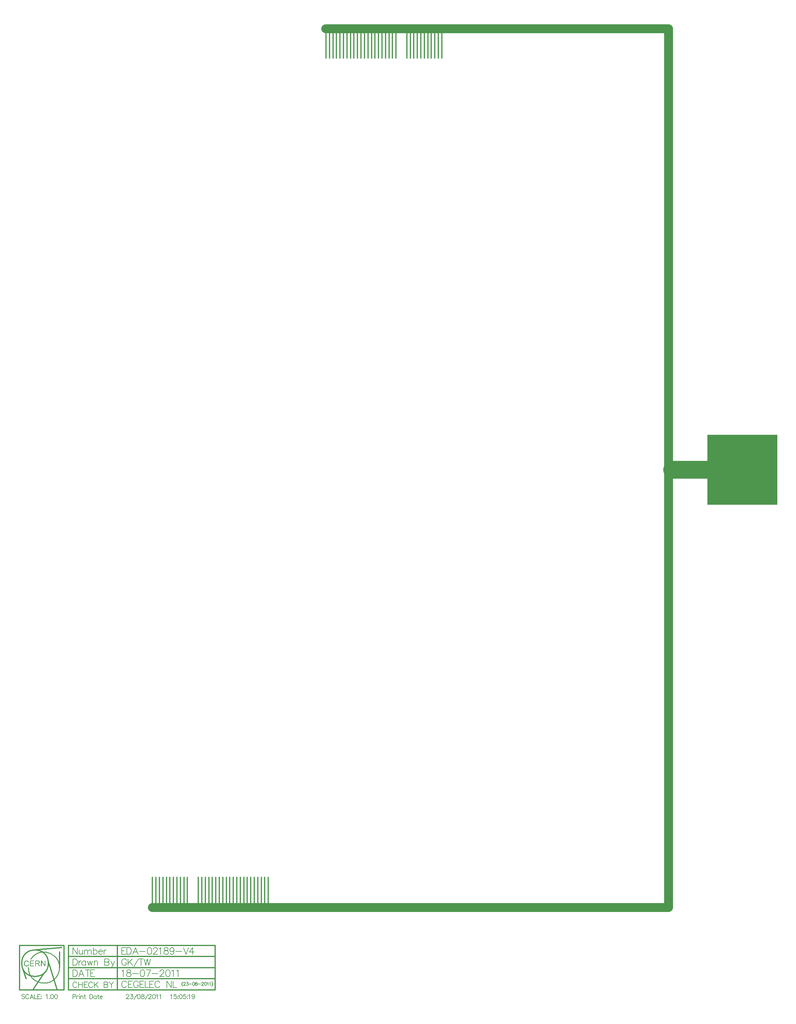
<source format=gbr>
%FSLAX24Y24*%
%MOIN*%
G70*
G01*
G75*
G04 Layer_Color=13278208*
%ADD10C,0.0472*%
%ADD11C,0.1378*%
%ADD12C,0.0100*%
%ADD13C,0.0039*%
%ADD14C,0.0079*%
%ADD15C,0.0120*%
%ADD16C,0.0010*%
%ADD17C,0.0060*%
%ADD18C,0.0140*%
G04:AMPARAMS|DCode=19|XSize=78.7mil|YSize=78.7mil|CornerRadius=0mil|HoleSize=0mil|Usage=FLASHONLY|Rotation=315.000|XOffset=0mil|YOffset=0mil|HoleType=Round|Shape=Rectangle|*
%AMROTATEDRECTD19*
4,1,4,-0.0557,0.0000,0.0000,0.0557,0.0557,0.0000,0.0000,-0.0557,-0.0557,0.0000,0.0*
%
%ADD19ROTATEDRECTD19*%

G04:AMPARAMS|DCode=20|XSize=78.7mil|YSize=78.7mil|CornerRadius=0mil|HoleSize=0mil|Usage=FLASHONLY|Rotation=315.000|XOffset=0mil|YOffset=0mil|HoleType=Round|Shape=Rectangle|*
%AMROTATEDRECTD20*
4,1,4,-0.0557,0.0000,0.0000,0.0557,0.0557,0.0000,0.0000,-0.0557,-0.0557,0.0000,0.0*
%
%ADD20ROTATEDRECTD20*%

%ADD21C,0.0070*%
%ADD22C,0.0050*%
%ADD23C,0.2000*%
%ADD24C,0.1000*%
%ADD25R,0.7874X0.7874*%
G36*
X35074Y25290D02*
X35082D01*
X35102Y25289D01*
X35122Y25287D01*
X35144Y25283D01*
X35164Y25279D01*
X35174Y25276D01*
X35183Y25273D01*
X35184D01*
X35185Y25272D01*
X35190Y25271D01*
X35198Y25266D01*
X35208Y25259D01*
X35220Y25251D01*
X35231Y25240D01*
X35243Y25228D01*
X35254Y25212D01*
X35255Y25210D01*
X35258Y25204D01*
X35263Y25195D01*
X35267Y25184D01*
X35272Y25169D01*
X35277Y25152D01*
X35280Y25135D01*
X35281Y25115D01*
Y25114D01*
Y25112D01*
Y25108D01*
X35280Y25104D01*
Y25098D01*
X35279Y25091D01*
X35275Y25075D01*
X35270Y25057D01*
X35263Y25038D01*
X35251Y25019D01*
X35244Y25009D01*
X35236Y25000D01*
X35234Y24998D01*
X35231Y24996D01*
X35228Y24992D01*
X35224Y24989D01*
X35218Y24985D01*
X35211Y24981D01*
X35203Y24976D01*
X35194Y24971D01*
X35184Y24966D01*
X35173Y24961D01*
X35160Y24956D01*
X35147Y24951D01*
X35133Y24947D01*
X35117Y24945D01*
X35101Y24942D01*
X35103Y24941D01*
X35106Y24939D01*
X35112Y24936D01*
X35119Y24932D01*
X35136Y24921D01*
X35144Y24915D01*
X35151Y24909D01*
X35153Y24907D01*
X35158Y24904D01*
X35165Y24896D01*
X35174Y24886D01*
X35185Y24873D01*
X35196Y24859D01*
X35209Y24842D01*
X35222Y24824D01*
X35333Y24650D01*
X35226D01*
X35142Y24783D01*
Y24783D01*
X35140Y24785D01*
X35138Y24788D01*
X35136Y24792D01*
X35129Y24802D01*
X35120Y24815D01*
X35110Y24829D01*
X35100Y24844D01*
X35090Y24858D01*
X35080Y24870D01*
X35079Y24871D01*
X35076Y24875D01*
X35071Y24881D01*
X35066Y24888D01*
X35052Y24902D01*
X35045Y24908D01*
X35037Y24913D01*
X35036Y24914D01*
X35034Y24915D01*
X35030Y24917D01*
X35025Y24920D01*
X35014Y24926D01*
X34999Y24931D01*
X34998D01*
X34996Y24932D01*
X34992D01*
X34987Y24933D01*
X34981Y24934D01*
X34973D01*
X34963Y24935D01*
X34854D01*
Y24650D01*
X34769D01*
Y25291D01*
X35066D01*
X35074Y25290D01*
D02*
G37*
G36*
X34636Y25216D02*
X34257D01*
Y25019D01*
X34612D01*
Y24944D01*
X34257D01*
Y24725D01*
X34651D01*
Y24650D01*
X34172D01*
Y25291D01*
X34636D01*
Y25216D01*
D02*
G37*
G36*
X35917Y24650D02*
X35831D01*
X35494Y25153D01*
Y24650D01*
X35413D01*
Y25291D01*
X35499D01*
X35836Y24787D01*
Y25291D01*
X35917D01*
Y24650D01*
D02*
G37*
G36*
X33818Y25301D02*
X33826Y25300D01*
X33836Y25299D01*
X33846Y25298D01*
X33858Y25296D01*
X33884Y25290D01*
X33911Y25281D01*
X33924Y25275D01*
X33938Y25269D01*
X33951Y25261D01*
X33964Y25252D01*
X33965Y25251D01*
X33966Y25250D01*
X33969Y25247D01*
X33974Y25243D01*
X33979Y25238D01*
X33986Y25231D01*
X33993Y25225D01*
X34000Y25217D01*
X34007Y25207D01*
X34014Y25197D01*
X34022Y25186D01*
X34030Y25173D01*
X34037Y25160D01*
X34044Y25146D01*
X34055Y25114D01*
X33971Y25095D01*
Y25096D01*
X33970Y25098D01*
X33969Y25102D01*
X33967Y25107D01*
X33965Y25112D01*
X33962Y25119D01*
X33955Y25134D01*
X33946Y25150D01*
X33934Y25168D01*
X33922Y25184D01*
X33906Y25197D01*
X33904Y25198D01*
X33898Y25202D01*
X33889Y25207D01*
X33877Y25214D01*
X33862Y25220D01*
X33843Y25225D01*
X33823Y25229D01*
X33800Y25230D01*
X33793D01*
X33788Y25229D01*
X33781D01*
X33774Y25228D01*
X33757Y25225D01*
X33737Y25221D01*
X33717Y25214D01*
X33696Y25205D01*
X33677Y25193D01*
X33676D01*
X33675Y25191D01*
X33669Y25187D01*
X33660Y25179D01*
X33649Y25168D01*
X33639Y25154D01*
X33627Y25139D01*
X33616Y25119D01*
X33607Y25098D01*
Y25097D01*
X33606Y25095D01*
X33605Y25092D01*
X33604Y25087D01*
X33602Y25082D01*
X33601Y25075D01*
X33598Y25060D01*
X33594Y25041D01*
X33591Y25021D01*
X33589Y24998D01*
X33588Y24975D01*
Y24974D01*
Y24971D01*
Y24967D01*
Y24961D01*
X33589Y24954D01*
Y24945D01*
X33590Y24937D01*
X33591Y24927D01*
X33594Y24905D01*
X33598Y24880D01*
X33603Y24856D01*
X33611Y24832D01*
Y24831D01*
X33612Y24829D01*
X33614Y24826D01*
X33616Y24823D01*
X33621Y24811D01*
X33629Y24798D01*
X33640Y24783D01*
X33652Y24768D01*
X33667Y24753D01*
X33684Y24741D01*
X33685D01*
X33686Y24740D01*
X33689Y24738D01*
X33693Y24736D01*
X33704Y24732D01*
X33718Y24726D01*
X33733Y24721D01*
X33752Y24716D01*
X33772Y24712D01*
X33794Y24711D01*
X33801D01*
X33805Y24712D01*
X33811D01*
X33819Y24713D01*
X33836Y24716D01*
X33854Y24721D01*
X33875Y24729D01*
X33894Y24739D01*
X33914Y24752D01*
X33915Y24753D01*
X33916Y24754D01*
X33922Y24760D01*
X33930Y24770D01*
X33941Y24783D01*
X33952Y24800D01*
X33964Y24821D01*
X33973Y24846D01*
X33981Y24874D01*
X34066Y24853D01*
Y24852D01*
X34065Y24848D01*
X34063Y24843D01*
X34061Y24835D01*
X34057Y24827D01*
X34053Y24817D01*
X34049Y24806D01*
X34044Y24794D01*
X34031Y24768D01*
X34013Y24742D01*
X33994Y24716D01*
X33982Y24704D01*
X33969Y24694D01*
X33968Y24693D01*
X33966Y24692D01*
X33963Y24689D01*
X33957Y24685D01*
X33950Y24681D01*
X33942Y24676D01*
X33933Y24671D01*
X33923Y24666D01*
X33911Y24661D01*
X33898Y24657D01*
X33884Y24652D01*
X33869Y24648D01*
X33837Y24641D01*
X33819Y24640D01*
X33801Y24639D01*
X33791D01*
X33783Y24640D01*
X33774D01*
X33764Y24641D01*
X33753Y24643D01*
X33741Y24644D01*
X33714Y24650D01*
X33685Y24657D01*
X33658Y24667D01*
X33644Y24673D01*
X33632Y24681D01*
X33631Y24682D01*
X33629Y24683D01*
X33626Y24686D01*
X33621Y24689D01*
X33609Y24699D01*
X33596Y24712D01*
X33579Y24729D01*
X33563Y24750D01*
X33547Y24775D01*
X33533Y24803D01*
Y24804D01*
X33532Y24807D01*
X33530Y24811D01*
X33528Y24817D01*
X33525Y24824D01*
X33522Y24833D01*
X33519Y24843D01*
X33517Y24855D01*
X33514Y24866D01*
X33511Y24880D01*
X33505Y24909D01*
X33501Y24941D01*
X33500Y24975D01*
Y24976D01*
Y24980D01*
Y24985D01*
X33501Y24991D01*
Y25000D01*
X33502Y25011D01*
X33503Y25022D01*
X33505Y25034D01*
X33510Y25062D01*
X33516Y25091D01*
X33525Y25121D01*
X33538Y25149D01*
Y25150D01*
X33540Y25152D01*
X33542Y25156D01*
X33545Y25162D01*
X33549Y25168D01*
X33554Y25175D01*
X33566Y25191D01*
X33581Y25210D01*
X33599Y25229D01*
X33622Y25247D01*
X33646Y25263D01*
X33647D01*
X33649Y25265D01*
X33653Y25267D01*
X33659Y25269D01*
X33665Y25271D01*
X33673Y25275D01*
X33682Y25278D01*
X33692Y25282D01*
X33703Y25286D01*
X33715Y25289D01*
X33741Y25296D01*
X33770Y25300D01*
X33802Y25302D01*
X33811D01*
X33818Y25301D01*
D02*
G37*
%LPC*%
G36*
X35056Y25220D02*
X34854D01*
Y25008D01*
X35045D01*
X35056Y25009D01*
X35068Y25010D01*
X35083Y25011D01*
X35099Y25013D01*
X35113Y25016D01*
X35126Y25020D01*
X35128Y25021D01*
X35132Y25022D01*
X35138Y25025D01*
X35144Y25028D01*
X35152Y25034D01*
X35161Y25041D01*
X35169Y25049D01*
X35176Y25058D01*
X35177Y25059D01*
X35179Y25063D01*
X35182Y25068D01*
X35185Y25075D01*
X35187Y25083D01*
X35190Y25093D01*
X35192Y25104D01*
X35193Y25115D01*
Y25116D01*
Y25117D01*
Y25123D01*
X35191Y25131D01*
X35189Y25142D01*
X35185Y25153D01*
X35180Y25166D01*
X35171Y25179D01*
X35160Y25190D01*
X35158Y25191D01*
X35154Y25195D01*
X35145Y25200D01*
X35135Y25205D01*
X35120Y25211D01*
X35103Y25215D01*
X35081Y25219D01*
X35056Y25220D01*
D02*
G37*
%LPD*%
D12*
X34000Y24503D02*
G03*
X34281Y25450I1750J-3D01*
G01*
D15*
X73379Y126793D02*
X73379Y130096D01*
X73773Y126793D02*
X73773Y130096D01*
X74167Y126793D02*
X74167Y130096D01*
X74561Y126793D02*
X74561Y130096D01*
X74954Y126793D02*
X74954Y130096D01*
X75348Y126793D02*
X75348Y130096D01*
X76568Y126793D02*
Y130096D01*
X76962Y126793D02*
X76962Y130096D01*
X77356Y126793D02*
X77356Y130096D01*
X77750Y126793D02*
X77750Y130096D01*
X78143Y126793D02*
X78143Y130096D01*
X78537Y126793D02*
X78537Y130096D01*
X78931Y126793D02*
X78931Y130096D01*
X79324Y126793D02*
X79324Y130096D01*
X79718Y126793D02*
X79718Y130096D01*
X80112Y126793D02*
X80112Y130096D01*
X80505Y126793D02*
X80505Y130096D01*
X72592Y126793D02*
X72592Y130096D01*
X72198Y126793D02*
X72198Y130096D01*
X71805Y126793D02*
X71805Y130096D01*
X71411Y126793D02*
X71411Y130096D01*
X71017Y126793D02*
X71017Y130096D01*
X70624Y126793D02*
X70624Y130096D01*
X70230Y126793D02*
X70230Y130096D01*
X69836Y126793D02*
X69836Y130096D01*
X69442Y126793D02*
X69442Y130096D01*
X69049Y126793D02*
X69049Y130096D01*
X68655Y126793D02*
X68655Y130096D01*
X68261Y126793D02*
X68261Y130096D01*
X67868Y126793D02*
X67868Y130096D01*
X67474Y126793D02*
Y130096D01*
X72986Y126793D02*
X72986Y130096D01*
X55472Y31671D02*
Y34663D01*
X60984Y31277D02*
Y34663D01*
X60590Y31671D02*
Y34663D01*
X60197Y31671D02*
Y34663D01*
X59803Y31671D02*
Y34663D01*
X59409Y31671D02*
Y34663D01*
X59016Y31671D02*
Y34663D01*
X58622Y31671D02*
Y34663D01*
X58228Y31671D02*
Y34663D01*
X57835Y31671D02*
Y34663D01*
X57441Y31671D02*
Y34663D01*
X57047Y31671D02*
Y34663D01*
X56653Y31671D02*
Y34663D01*
X56260Y31671D02*
Y34663D01*
X55866Y31671D02*
Y34663D01*
X47953Y31277D02*
Y34663D01*
X48346Y31671D02*
Y34663D01*
X48740Y31671D02*
Y34663D01*
X49134Y31671D02*
Y34663D01*
X49527Y31671D02*
Y34663D01*
X49921Y31671D02*
Y34663D01*
X50315Y31671D02*
Y34663D01*
X50709Y31671D02*
Y34663D01*
X51102Y31671D02*
Y34663D01*
X51496Y31671D02*
Y34663D01*
X51890Y31671D02*
Y34663D01*
X53110Y31671D02*
Y34663D01*
X53504Y31671D02*
Y34663D01*
X53898Y31671D02*
Y34663D01*
X54291Y31671D02*
Y34663D01*
X54685Y31671D02*
Y34663D01*
X55079Y31671D02*
Y34663D01*
X36250Y25000D02*
G03*
X36250Y25000I-1500J0D01*
G01*
X38500Y27000D02*
X55000D01*
X38500Y25750D02*
X55000D01*
X38500Y24500D02*
X55000D01*
X38500Y23250D02*
X55000D01*
X38500Y22000D02*
X55000D01*
Y27000D01*
X36220Y25300D02*
X37250Y22000D01*
X33000Y27000D02*
X38000D01*
X34750Y26500D02*
X37750Y26750D01*
X33000Y22000D02*
X38000D01*
X44000D02*
Y27000D01*
X38000Y22000D02*
Y27000D01*
X38500Y22000D02*
Y27000D01*
X37500Y24500D02*
Y26250D01*
X33000Y22000D02*
Y27000D01*
X34550Y22050D02*
X35760Y23890D01*
X33350Y24460D02*
X33750Y23250D01*
D21*
X45036Y22821D02*
X45000Y22892D01*
X44928Y22964D01*
X44857Y23000D01*
X44714D01*
X44643Y22964D01*
X44571Y22892D01*
X44536Y22821D01*
X44500Y22714D01*
Y22535D01*
X44536Y22428D01*
X44571Y22357D01*
X44643Y22285D01*
X44714Y22250D01*
X44857D01*
X44928Y22285D01*
X45000Y22357D01*
X45036Y22428D01*
X45710Y23000D02*
X45246D01*
Y22250D01*
X45710D01*
X45246Y22643D02*
X45532D01*
X46371Y22821D02*
X46335Y22892D01*
X46264Y22964D01*
X46192Y23000D01*
X46050D01*
X45978Y22964D01*
X45907Y22892D01*
X45871Y22821D01*
X45835Y22714D01*
Y22535D01*
X45871Y22428D01*
X45907Y22357D01*
X45978Y22285D01*
X46050Y22250D01*
X46192D01*
X46264Y22285D01*
X46335Y22357D01*
X46371Y22428D01*
Y22535D01*
X46192D02*
X46371D01*
X47007Y23000D02*
X46542D01*
Y22250D01*
X47007D01*
X46542Y22643D02*
X46828D01*
X47132Y23000D02*
Y22250D01*
X47560D01*
X48106Y23000D02*
X47642D01*
Y22250D01*
X48106D01*
X47642Y22643D02*
X47928D01*
X48767Y22821D02*
X48731Y22892D01*
X48660Y22964D01*
X48588Y23000D01*
X48446D01*
X48374Y22964D01*
X48303Y22892D01*
X48267Y22821D01*
X48231Y22714D01*
Y22535D01*
X48267Y22428D01*
X48303Y22357D01*
X48374Y22285D01*
X48446Y22250D01*
X48588D01*
X48660Y22285D01*
X48731Y22357D01*
X48767Y22428D01*
X49567Y23000D02*
Y22250D01*
Y23000D02*
X50067Y22250D01*
Y23000D02*
Y22250D01*
X50274Y23000D02*
Y22250D01*
X50702D01*
X45036Y25321D02*
X45000Y25392D01*
X44928Y25464D01*
X44857Y25500D01*
X44714D01*
X44643Y25464D01*
X44571Y25392D01*
X44536Y25321D01*
X44500Y25214D01*
Y25035D01*
X44536Y24928D01*
X44571Y24857D01*
X44643Y24785D01*
X44714Y24750D01*
X44857D01*
X44928Y24785D01*
X45000Y24857D01*
X45036Y24928D01*
Y25035D01*
X44857D02*
X45036D01*
X45207Y25500D02*
Y24750D01*
X45707Y25500D02*
X45207Y25000D01*
X45385Y25178D02*
X45707Y24750D01*
X45875Y24643D02*
X46375Y25500D01*
X46674D02*
Y24750D01*
X46425Y25500D02*
X46924D01*
X47014D02*
X47192Y24750D01*
X47371Y25500D02*
X47192Y24750D01*
X47371Y25500D02*
X47549Y24750D01*
X47728Y25500D02*
X47549Y24750D01*
X44500Y24107D02*
X44571Y24142D01*
X44678Y24250D01*
Y23500D01*
X45228Y24250D02*
X45121Y24214D01*
X45086Y24142D01*
Y24071D01*
X45121Y24000D01*
X45193Y23964D01*
X45335Y23928D01*
X45443Y23893D01*
X45514Y23821D01*
X45550Y23750D01*
Y23643D01*
X45514Y23571D01*
X45478Y23535D01*
X45371Y23500D01*
X45228D01*
X45121Y23535D01*
X45086Y23571D01*
X45050Y23643D01*
Y23750D01*
X45086Y23821D01*
X45157Y23893D01*
X45264Y23928D01*
X45407Y23964D01*
X45478Y24000D01*
X45514Y24071D01*
Y24142D01*
X45478Y24214D01*
X45371Y24250D01*
X45228D01*
X45718Y23821D02*
X46360D01*
X46796Y24250D02*
X46689Y24214D01*
X46617Y24107D01*
X46582Y23928D01*
Y23821D01*
X46617Y23643D01*
X46689Y23535D01*
X46796Y23500D01*
X46867D01*
X46974Y23535D01*
X47046Y23643D01*
X47082Y23821D01*
Y23928D01*
X47046Y24107D01*
X46974Y24214D01*
X46867Y24250D01*
X46796D01*
X47749D02*
X47392Y23500D01*
X47249Y24250D02*
X47749D01*
X47917Y23821D02*
X48560D01*
X48817Y24071D02*
Y24107D01*
X48853Y24178D01*
X48888Y24214D01*
X48960Y24250D01*
X49103D01*
X49174Y24214D01*
X49210Y24178D01*
X49245Y24107D01*
Y24035D01*
X49210Y23964D01*
X49138Y23857D01*
X48781Y23500D01*
X49281D01*
X49663Y24250D02*
X49556Y24214D01*
X49485Y24107D01*
X49449Y23928D01*
Y23821D01*
X49485Y23643D01*
X49556Y23535D01*
X49663Y23500D01*
X49735D01*
X49842Y23535D01*
X49913Y23643D01*
X49949Y23821D01*
Y23928D01*
X49913Y24107D01*
X49842Y24214D01*
X49735Y24250D01*
X49663D01*
X50117Y24107D02*
X50188Y24142D01*
X50295Y24250D01*
Y23500D01*
X50666Y24107D02*
X50738Y24142D01*
X50845Y24250D01*
Y23500D01*
X44964Y26750D02*
X44500D01*
Y26000D01*
X44964D01*
X44500Y26393D02*
X44786D01*
X45089Y26750D02*
Y26000D01*
Y26750D02*
X45339D01*
X45446Y26714D01*
X45518Y26642D01*
X45553Y26571D01*
X45589Y26464D01*
Y26285D01*
X45553Y26178D01*
X45518Y26107D01*
X45446Y26035D01*
X45339Y26000D01*
X45089D01*
X46328D02*
X46042Y26750D01*
X45757Y26000D01*
X45864Y26250D02*
X46221D01*
X46503Y26321D02*
X47146D01*
X47581Y26750D02*
X47474Y26714D01*
X47403Y26607D01*
X47367Y26428D01*
Y26321D01*
X47403Y26143D01*
X47474Y26035D01*
X47581Y26000D01*
X47653D01*
X47760Y26035D01*
X47831Y26143D01*
X47867Y26321D01*
Y26428D01*
X47831Y26607D01*
X47760Y26714D01*
X47653Y26750D01*
X47581D01*
X48071Y26571D02*
Y26607D01*
X48106Y26678D01*
X48142Y26714D01*
X48213Y26750D01*
X48356D01*
X48428Y26714D01*
X48463Y26678D01*
X48499Y26607D01*
Y26535D01*
X48463Y26464D01*
X48392Y26357D01*
X48035Y26000D01*
X48535D01*
X48703Y26607D02*
X48774Y26642D01*
X48881Y26750D01*
Y26000D01*
X49431Y26750D02*
X49324Y26714D01*
X49288Y26642D01*
Y26571D01*
X49324Y26500D01*
X49395Y26464D01*
X49538Y26428D01*
X49645Y26393D01*
X49717Y26321D01*
X49752Y26250D01*
Y26143D01*
X49717Y26071D01*
X49681Y26035D01*
X49574Y26000D01*
X49431D01*
X49324Y26035D01*
X49288Y26071D01*
X49252Y26143D01*
Y26250D01*
X49288Y26321D01*
X49360Y26393D01*
X49467Y26428D01*
X49610Y26464D01*
X49681Y26500D01*
X49717Y26571D01*
Y26642D01*
X49681Y26714D01*
X49574Y26750D01*
X49431D01*
X50384Y26500D02*
X50349Y26393D01*
X50277Y26321D01*
X50170Y26285D01*
X50134D01*
X50027Y26321D01*
X49956Y26393D01*
X49920Y26500D01*
Y26535D01*
X49956Y26642D01*
X50027Y26714D01*
X50134Y26750D01*
X50170D01*
X50277Y26714D01*
X50349Y26642D01*
X50384Y26500D01*
Y26321D01*
X50349Y26143D01*
X50277Y26035D01*
X50170Y26000D01*
X50099D01*
X49992Y26035D01*
X49956Y26107D01*
X50588Y26321D02*
X51231D01*
X51452Y26750D02*
X51738Y26000D01*
X52023Y26750D02*
X51738Y26000D01*
X52477Y26750D02*
X52120Y26250D01*
X52655D01*
X52477Y26750D02*
Y26000D01*
X39000Y26750D02*
Y26000D01*
Y26750D02*
X39500Y26000D01*
Y26750D02*
Y26000D01*
X39707Y26500D02*
Y26143D01*
X39743Y26035D01*
X39814Y26000D01*
X39921D01*
X39993Y26035D01*
X40100Y26143D01*
Y26500D02*
Y26000D01*
X40296Y26500D02*
Y26000D01*
Y26357D02*
X40403Y26464D01*
X40475Y26500D01*
X40582D01*
X40653Y26464D01*
X40689Y26357D01*
Y26000D01*
Y26357D02*
X40796Y26464D01*
X40867Y26500D01*
X40974D01*
X41046Y26464D01*
X41082Y26357D01*
Y26000D01*
X41317Y26750D02*
Y26000D01*
Y26393D02*
X41389Y26464D01*
X41460Y26500D01*
X41567D01*
X41639Y26464D01*
X41710Y26393D01*
X41746Y26285D01*
Y26214D01*
X41710Y26107D01*
X41639Y26035D01*
X41567Y26000D01*
X41460D01*
X41389Y26035D01*
X41317Y26107D01*
X41906Y26285D02*
X42335D01*
Y26357D01*
X42299Y26428D01*
X42264Y26464D01*
X42192Y26500D01*
X42085D01*
X42014Y26464D01*
X41942Y26393D01*
X41906Y26285D01*
Y26214D01*
X41942Y26107D01*
X42014Y26035D01*
X42085Y26000D01*
X42192D01*
X42264Y26035D01*
X42335Y26107D01*
X42496Y26500D02*
Y26000D01*
Y26285D02*
X42531Y26393D01*
X42603Y26464D01*
X42674Y26500D01*
X42781D01*
X39000Y24250D02*
Y23500D01*
Y24250D02*
X39250D01*
X39357Y24214D01*
X39428Y24142D01*
X39464Y24071D01*
X39500Y23964D01*
Y23785D01*
X39464Y23678D01*
X39428Y23607D01*
X39357Y23535D01*
X39250Y23500D01*
X39000D01*
X40239D02*
X39953Y24250D01*
X39668Y23500D01*
X39775Y23750D02*
X40132D01*
X40664Y24250D02*
Y23500D01*
X40414Y24250D02*
X40914D01*
X41467D02*
X41003D01*
Y23500D01*
X41467D01*
X41003Y23893D02*
X41289D01*
X39000Y25500D02*
Y24750D01*
Y25500D02*
X39250D01*
X39357Y25464D01*
X39428Y25392D01*
X39464Y25321D01*
X39500Y25214D01*
Y25035D01*
X39464Y24928D01*
X39428Y24857D01*
X39357Y24785D01*
X39250Y24750D01*
X39000D01*
X39668Y25250D02*
Y24750D01*
Y25035D02*
X39703Y25143D01*
X39775Y25214D01*
X39846Y25250D01*
X39953D01*
X40450D02*
Y24750D01*
Y25143D02*
X40378Y25214D01*
X40307Y25250D01*
X40200D01*
X40128Y25214D01*
X40057Y25143D01*
X40021Y25035D01*
Y24964D01*
X40057Y24857D01*
X40128Y24785D01*
X40200Y24750D01*
X40307D01*
X40378Y24785D01*
X40450Y24857D01*
X40650Y25250D02*
X40792Y24750D01*
X40935Y25250D02*
X40792Y24750D01*
X40935Y25250D02*
X41078Y24750D01*
X41221Y25250D02*
X41078Y24750D01*
X41396Y25250D02*
Y24750D01*
Y25107D02*
X41503Y25214D01*
X41574Y25250D01*
X41681D01*
X41753Y25214D01*
X41789Y25107D01*
Y24750D01*
X42574Y25500D02*
Y24750D01*
Y25500D02*
X42896D01*
X43003Y25464D01*
X43038Y25428D01*
X43074Y25357D01*
Y25285D01*
X43038Y25214D01*
X43003Y25178D01*
X42896Y25143D01*
X42574D02*
X42896D01*
X43003Y25107D01*
X43038Y25071D01*
X43074Y25000D01*
Y24893D01*
X43038Y24821D01*
X43003Y24785D01*
X42896Y24750D01*
X42574D01*
X43278Y25250D02*
X43492Y24750D01*
X43706Y25250D02*
X43492Y24750D01*
X43420Y24607D01*
X43349Y24536D01*
X43278Y24500D01*
X43242D01*
X39464Y22745D02*
X39433Y22807D01*
X39371Y22869D01*
X39309Y22900D01*
X39186D01*
X39124Y22869D01*
X39062Y22807D01*
X39031Y22745D01*
X39000Y22652D01*
Y22497D01*
X39031Y22405D01*
X39062Y22343D01*
X39124Y22281D01*
X39186Y22250D01*
X39309D01*
X39371Y22281D01*
X39433Y22343D01*
X39464Y22405D01*
X39647Y22900D02*
Y22250D01*
X40080Y22900D02*
Y22250D01*
X39647Y22590D02*
X40080D01*
X40662Y22900D02*
X40259D01*
Y22250D01*
X40662D01*
X40259Y22590D02*
X40507D01*
X41234Y22745D02*
X41203Y22807D01*
X41141Y22869D01*
X41079Y22900D01*
X40956D01*
X40894Y22869D01*
X40832Y22807D01*
X40801Y22745D01*
X40770Y22652D01*
Y22497D01*
X40801Y22405D01*
X40832Y22343D01*
X40894Y22281D01*
X40956Y22250D01*
X41079D01*
X41141Y22281D01*
X41203Y22343D01*
X41234Y22405D01*
X41417Y22900D02*
Y22250D01*
X41850Y22900D02*
X41417Y22466D01*
X41572Y22621D02*
X41850Y22250D01*
X42506Y22900D02*
Y22250D01*
Y22900D02*
X42785D01*
X42877Y22869D01*
X42908Y22838D01*
X42939Y22776D01*
Y22714D01*
X42908Y22652D01*
X42877Y22621D01*
X42785Y22590D01*
X42506D02*
X42785D01*
X42877Y22559D01*
X42908Y22528D01*
X42939Y22466D01*
Y22374D01*
X42908Y22312D01*
X42877Y22281D01*
X42785Y22250D01*
X42506D01*
X43085Y22900D02*
X43332Y22590D01*
Y22250D01*
X43580Y22900D02*
X43332Y22590D01*
D22*
X33583Y21428D02*
X33536Y21476D01*
X33464Y21500D01*
X33369D01*
X33298Y21476D01*
X33250Y21428D01*
Y21381D01*
X33274Y21333D01*
X33298Y21309D01*
X33345Y21286D01*
X33488Y21238D01*
X33536Y21214D01*
X33559Y21190D01*
X33583Y21143D01*
Y21071D01*
X33536Y21024D01*
X33464Y21000D01*
X33369D01*
X33298Y21024D01*
X33250Y21071D01*
X34052Y21381D02*
X34028Y21428D01*
X33981Y21476D01*
X33933Y21500D01*
X33838D01*
X33790Y21476D01*
X33743Y21428D01*
X33719Y21381D01*
X33695Y21309D01*
Y21190D01*
X33719Y21119D01*
X33743Y21071D01*
X33790Y21024D01*
X33838Y21000D01*
X33933D01*
X33981Y21024D01*
X34028Y21071D01*
X34052Y21119D01*
X34574Y21000D02*
X34383Y21500D01*
X34193Y21000D01*
X34264Y21167D02*
X34502D01*
X34690Y21500D02*
Y21000D01*
X34976D01*
X35340Y21500D02*
X35031D01*
Y21000D01*
X35340D01*
X35031Y21262D02*
X35221D01*
X35447Y21333D02*
X35423Y21309D01*
X35447Y21286D01*
X35471Y21309D01*
X35447Y21333D01*
Y21048D02*
X35423Y21024D01*
X35447Y21000D01*
X35471Y21024D01*
X35447Y21048D01*
X35973Y21405D02*
X36021Y21428D01*
X36092Y21500D01*
Y21000D01*
X36364Y21048D02*
X36340Y21024D01*
X36364Y21000D01*
X36387Y21024D01*
X36364Y21048D01*
X36640Y21500D02*
X36568Y21476D01*
X36521Y21405D01*
X36497Y21286D01*
Y21214D01*
X36521Y21095D01*
X36568Y21024D01*
X36640Y21000D01*
X36687D01*
X36759Y21024D01*
X36806Y21095D01*
X36830Y21214D01*
Y21286D01*
X36806Y21405D01*
X36759Y21476D01*
X36687Y21500D01*
X36640D01*
X37085D02*
X37013Y21476D01*
X36966Y21405D01*
X36942Y21286D01*
Y21214D01*
X36966Y21095D01*
X37013Y21024D01*
X37085Y21000D01*
X37132D01*
X37204Y21024D01*
X37252Y21095D01*
X37275Y21214D01*
Y21286D01*
X37252Y21405D01*
X37204Y21476D01*
X37132Y21500D01*
X37085D01*
X39000Y21238D02*
X39214D01*
X39286Y21262D01*
X39309Y21285D01*
X39333Y21333D01*
Y21404D01*
X39309Y21452D01*
X39286Y21476D01*
X39214Y21500D01*
X39000D01*
Y21000D01*
X39445Y21333D02*
Y21000D01*
Y21190D02*
X39469Y21262D01*
X39516Y21309D01*
X39564Y21333D01*
X39636D01*
X39728Y21500D02*
X39752Y21476D01*
X39776Y21500D01*
X39752Y21523D01*
X39728Y21500D01*
X39752Y21333D02*
Y21000D01*
X39864Y21333D02*
Y21000D01*
Y21238D02*
X39935Y21309D01*
X39983Y21333D01*
X40054D01*
X40102Y21309D01*
X40126Y21238D01*
Y21000D01*
X40328Y21500D02*
Y21095D01*
X40352Y21024D01*
X40400Y21000D01*
X40447D01*
X40257Y21333D02*
X40423D01*
X40911Y21500D02*
Y21000D01*
Y21500D02*
X41078D01*
X41149Y21476D01*
X41197Y21428D01*
X41221Y21381D01*
X41245Y21309D01*
Y21190D01*
X41221Y21119D01*
X41197Y21071D01*
X41149Y21024D01*
X41078Y21000D01*
X40911D01*
X41642Y21333D02*
Y21000D01*
Y21262D02*
X41595Y21309D01*
X41547Y21333D01*
X41476D01*
X41428Y21309D01*
X41380Y21262D01*
X41357Y21190D01*
Y21143D01*
X41380Y21071D01*
X41428Y21024D01*
X41476Y21000D01*
X41547D01*
X41595Y21024D01*
X41642Y21071D01*
X41847Y21500D02*
Y21095D01*
X41871Y21024D01*
X41918Y21000D01*
X41966D01*
X41776Y21333D02*
X41942D01*
X42037Y21190D02*
X42323D01*
Y21238D01*
X42299Y21285D01*
X42275Y21309D01*
X42228Y21333D01*
X42156D01*
X42109Y21309D01*
X42061Y21262D01*
X42037Y21190D01*
Y21143D01*
X42061Y21071D01*
X42109Y21024D01*
X42156Y21000D01*
X42228D01*
X42275Y21024D01*
X42323Y21071D01*
X45024Y21381D02*
Y21404D01*
X45048Y21452D01*
X45071Y21476D01*
X45119Y21500D01*
X45214D01*
X45262Y21476D01*
X45286Y21452D01*
X45309Y21404D01*
Y21357D01*
X45286Y21309D01*
X45238Y21238D01*
X45000Y21000D01*
X45333D01*
X45493Y21500D02*
X45755D01*
X45612Y21309D01*
X45683D01*
X45731Y21285D01*
X45755Y21262D01*
X45778Y21190D01*
Y21143D01*
X45755Y21071D01*
X45707Y21024D01*
X45636Y21000D01*
X45564D01*
X45493Y21024D01*
X45469Y21047D01*
X45445Y21095D01*
X45890Y20928D02*
X46223Y21500D01*
X46400D02*
X46328Y21476D01*
X46281Y21404D01*
X46257Y21285D01*
Y21214D01*
X46281Y21095D01*
X46328Y21024D01*
X46400Y21000D01*
X46447D01*
X46519Y21024D01*
X46566Y21095D01*
X46590Y21214D01*
Y21285D01*
X46566Y21404D01*
X46519Y21476D01*
X46447Y21500D01*
X46400D01*
X46821D02*
X46750Y21476D01*
X46726Y21428D01*
Y21381D01*
X46750Y21333D01*
X46797Y21309D01*
X46892Y21285D01*
X46964Y21262D01*
X47011Y21214D01*
X47035Y21166D01*
Y21095D01*
X47011Y21047D01*
X46988Y21024D01*
X46916Y21000D01*
X46821D01*
X46750Y21024D01*
X46726Y21047D01*
X46702Y21095D01*
Y21166D01*
X46726Y21214D01*
X46773Y21262D01*
X46845Y21285D01*
X46940Y21309D01*
X46988Y21333D01*
X47011Y21381D01*
Y21428D01*
X46988Y21476D01*
X46916Y21500D01*
X46821D01*
X47147Y20928D02*
X47480Y21500D01*
X47537Y21381D02*
Y21404D01*
X47561Y21452D01*
X47585Y21476D01*
X47633Y21500D01*
X47728D01*
X47776Y21476D01*
X47799Y21452D01*
X47823Y21404D01*
Y21357D01*
X47799Y21309D01*
X47752Y21238D01*
X47514Y21000D01*
X47847D01*
X48102Y21500D02*
X48030Y21476D01*
X47983Y21404D01*
X47959Y21285D01*
Y21214D01*
X47983Y21095D01*
X48030Y21024D01*
X48102Y21000D01*
X48149D01*
X48221Y21024D01*
X48268Y21095D01*
X48292Y21214D01*
Y21285D01*
X48268Y21404D01*
X48221Y21476D01*
X48149Y21500D01*
X48102D01*
X48404Y21404D02*
X48452Y21428D01*
X48523Y21500D01*
Y21000D01*
X48771Y21404D02*
X48818Y21428D01*
X48890Y21500D01*
Y21000D01*
X50000Y21404D02*
X50048Y21428D01*
X50119Y21500D01*
Y21000D01*
X50652Y21500D02*
X50414D01*
X50390Y21285D01*
X50414Y21309D01*
X50486Y21333D01*
X50557D01*
X50628Y21309D01*
X50676Y21262D01*
X50700Y21190D01*
Y21143D01*
X50676Y21071D01*
X50628Y21024D01*
X50557Y21000D01*
X50486D01*
X50414Y21024D01*
X50390Y21047D01*
X50367Y21095D01*
X50835Y21333D02*
X50812Y21309D01*
X50835Y21285D01*
X50859Y21309D01*
X50835Y21333D01*
Y21047D02*
X50812Y21024D01*
X50835Y21000D01*
X50859Y21024D01*
X50835Y21047D01*
X51112Y21500D02*
X51040Y21476D01*
X50993Y21404D01*
X50969Y21285D01*
Y21214D01*
X50993Y21095D01*
X51040Y21024D01*
X51112Y21000D01*
X51159D01*
X51231Y21024D01*
X51278Y21095D01*
X51302Y21214D01*
Y21285D01*
X51278Y21404D01*
X51231Y21476D01*
X51159Y21500D01*
X51112D01*
X51700D02*
X51462D01*
X51438Y21285D01*
X51462Y21309D01*
X51533Y21333D01*
X51604D01*
X51676Y21309D01*
X51723Y21262D01*
X51747Y21190D01*
Y21143D01*
X51723Y21071D01*
X51676Y21024D01*
X51604Y21000D01*
X51533D01*
X51462Y21024D01*
X51438Y21047D01*
X51414Y21095D01*
X51883Y21333D02*
X51859Y21309D01*
X51883Y21285D01*
X51907Y21309D01*
X51883Y21333D01*
Y21047D02*
X51859Y21024D01*
X51883Y21000D01*
X51907Y21024D01*
X51883Y21047D01*
X52016Y21404D02*
X52064Y21428D01*
X52135Y21500D01*
Y21000D01*
X52692Y21333D02*
X52668Y21262D01*
X52621Y21214D01*
X52549Y21190D01*
X52526D01*
X52454Y21214D01*
X52407Y21262D01*
X52383Y21333D01*
Y21357D01*
X52407Y21428D01*
X52454Y21476D01*
X52526Y21500D01*
X52549D01*
X52621Y21476D01*
X52668Y21428D01*
X52692Y21333D01*
Y21214D01*
X52668Y21095D01*
X52621Y21024D01*
X52549Y21000D01*
X52502D01*
X52430Y21024D01*
X52407Y21071D01*
X51367Y22917D02*
X51333Y22883D01*
X51300Y22833D01*
X51267Y22767D01*
X51250Y22683D01*
Y22617D01*
X51267Y22533D01*
X51300Y22467D01*
X51333Y22417D01*
X51367Y22383D01*
X51333Y22883D02*
X51300Y22817D01*
X51283Y22767D01*
X51267Y22683D01*
Y22617D01*
X51283Y22533D01*
X51300Y22483D01*
X51333Y22417D01*
X51450Y22767D02*
Y22783D01*
X51467Y22817D01*
X51483Y22833D01*
X51517Y22850D01*
X51583D01*
X51617Y22833D01*
X51633Y22817D01*
X51650Y22783D01*
Y22750D01*
X51633Y22717D01*
X51600Y22667D01*
X51433Y22500D01*
X51667D01*
X51778Y22850D02*
X51962D01*
X51862Y22717D01*
X51912D01*
X51945Y22700D01*
X51962Y22683D01*
X51978Y22633D01*
Y22600D01*
X51962Y22550D01*
X51928Y22517D01*
X51878Y22500D01*
X51828D01*
X51778Y22517D01*
X51762Y22533D01*
X51745Y22567D01*
X52056Y22650D02*
X52356D01*
X52560Y22850D02*
X52510Y22833D01*
X52476Y22783D01*
X52460Y22700D01*
Y22650D01*
X52476Y22567D01*
X52510Y22517D01*
X52560Y22500D01*
X52593D01*
X52643Y22517D01*
X52676Y22567D01*
X52693Y22650D01*
Y22700D01*
X52676Y22783D01*
X52643Y22833D01*
X52593Y22850D01*
X52560D01*
X52855D02*
X52805Y22833D01*
X52788Y22800D01*
Y22767D01*
X52805Y22733D01*
X52838Y22717D01*
X52905Y22700D01*
X52955Y22683D01*
X52988Y22650D01*
X53005Y22617D01*
Y22567D01*
X52988Y22533D01*
X52971Y22517D01*
X52921Y22500D01*
X52855D01*
X52805Y22517D01*
X52788Y22533D01*
X52771Y22567D01*
Y22617D01*
X52788Y22650D01*
X52821Y22683D01*
X52871Y22700D01*
X52938Y22717D01*
X52971Y22733D01*
X52988Y22767D01*
Y22800D01*
X52971Y22833D01*
X52921Y22850D01*
X52855D01*
X53083Y22650D02*
X53383D01*
X53503Y22767D02*
Y22783D01*
X53520Y22817D01*
X53536Y22833D01*
X53569Y22850D01*
X53636D01*
X53669Y22833D01*
X53686Y22817D01*
X53703Y22783D01*
Y22750D01*
X53686Y22717D01*
X53653Y22667D01*
X53486Y22500D01*
X53719D01*
X53898Y22850D02*
X53848Y22833D01*
X53814Y22783D01*
X53798Y22700D01*
Y22650D01*
X53814Y22567D01*
X53848Y22517D01*
X53898Y22500D01*
X53931D01*
X53981Y22517D01*
X54014Y22567D01*
X54031Y22650D01*
Y22700D01*
X54014Y22783D01*
X53981Y22833D01*
X53931Y22850D01*
X53898D01*
X54109Y22783D02*
X54143Y22800D01*
X54193Y22850D01*
Y22500D01*
X54366Y22783D02*
X54399Y22800D01*
X54449Y22850D01*
Y22500D01*
X54623Y22917D02*
X54656Y22883D01*
X54689Y22833D01*
X54723Y22767D01*
X54739Y22683D01*
Y22617D01*
X54723Y22533D01*
X54689Y22467D01*
X54656Y22417D01*
X54623Y22383D01*
X54656Y22883D02*
X54689Y22817D01*
X54706Y22767D01*
X54723Y22683D01*
Y22617D01*
X54706Y22533D01*
X54689Y22483D01*
X54656Y22417D01*
D23*
X106417Y80490D02*
X110396D01*
D24*
X67441Y130096D02*
X106024D01*
Y31277D02*
Y130096D01*
X60984Y31277D02*
X106024D01*
X47953D02*
X60984D01*
D25*
X114291Y80490D02*
D03*
M02*

</source>
